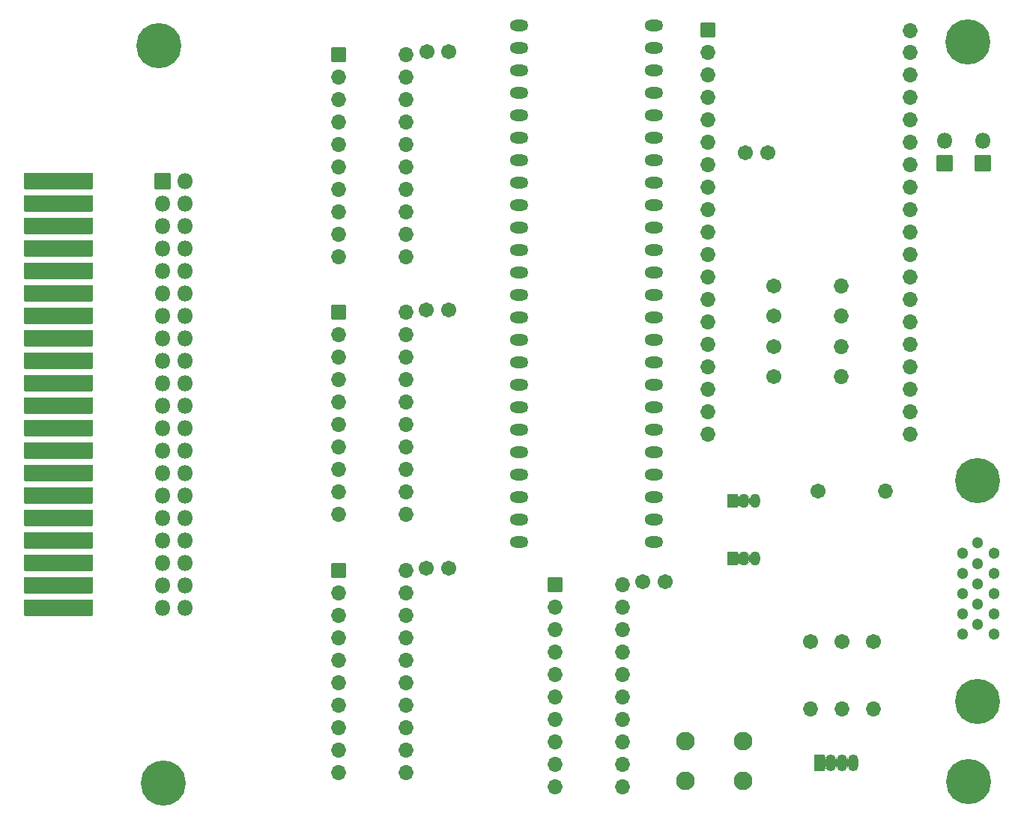
<source format=gbr>
%TF.GenerationSoftware,KiCad,Pcbnew,(6.0.0-0)*%
%TF.CreationDate,2022-01-11T18:58:16-08:00*%
%TF.ProjectId,TRS-IO-M1,5452532d-494f-42d4-9d31-2e6b69636164,rev?*%
%TF.SameCoordinates,Original*%
%TF.FileFunction,Soldermask,Bot*%
%TF.FilePolarity,Negative*%
%FSLAX46Y46*%
G04 Gerber Fmt 4.6, Leading zero omitted, Abs format (unit mm)*
G04 Created by KiCad (PCBNEW (6.0.0-0)) date 2022-01-11 18:58:16*
%MOMM*%
%LPD*%
G01*
G04 APERTURE LIST*
G04 Aperture macros list*
%AMRoundRect*
0 Rectangle with rounded corners*
0 $1 Rounding radius*
0 $2 $3 $4 $5 $6 $7 $8 $9 X,Y pos of 4 corners*
0 Add a 4 corners polygon primitive as box body*
4,1,4,$2,$3,$4,$5,$6,$7,$8,$9,$2,$3,0*
0 Add four circle primitives for the rounded corners*
1,1,$1+$1,$2,$3*
1,1,$1+$1,$4,$5*
1,1,$1+$1,$6,$7*
1,1,$1+$1,$8,$9*
0 Add four rect primitives between the rounded corners*
20,1,$1+$1,$2,$3,$4,$5,0*
20,1,$1+$1,$4,$5,$6,$7,0*
20,1,$1+$1,$6,$7,$8,$9,0*
20,1,$1+$1,$8,$9,$2,$3,0*%
G04 Aperture macros list end*
%ADD10RoundRect,0.051000X-0.850000X-0.850000X0.850000X-0.850000X0.850000X0.850000X-0.850000X0.850000X0*%
%ADD11O,1.802000X1.802000*%
%ADD12RoundRect,0.051000X3.810000X-0.889000X3.810000X0.889000X-3.810000X0.889000X-3.810000X-0.889000X0*%
%ADD13RoundRect,0.051000X-0.800000X-0.800000X0.800000X-0.800000X0.800000X0.800000X-0.800000X0.800000X0*%
%ADD14O,1.702000X1.702000*%
%ADD15C,1.702000*%
%ADD16O,2.102000X1.302000*%
%ADD17RoundRect,0.051000X-0.525000X-0.750000X0.525000X-0.750000X0.525000X0.750000X-0.525000X0.750000X0*%
%ADD18O,1.152000X1.602000*%
%ADD19RoundRect,0.051000X0.850000X0.850000X-0.850000X0.850000X-0.850000X-0.850000X0.850000X-0.850000X0*%
%ADD20RoundRect,0.051000X-0.535000X-0.900000X0.535000X-0.900000X0.535000X0.900000X-0.535000X0.900000X0*%
%ADD21O,1.172000X1.902000*%
%ADD22C,2.102000*%
%ADD23C,0.902000*%
%ADD24C,5.102000*%
%ADD25C,5.103260*%
%ADD26C,1.300880*%
G04 APERTURE END LIST*
D10*
%TO.C,J1*%
X118839000Y-68759200D03*
D11*
X121379000Y-68759200D03*
X118839000Y-71299200D03*
X121379000Y-71299200D03*
X118839000Y-73839200D03*
X121379000Y-73839200D03*
X118839000Y-76379200D03*
X121379000Y-76379200D03*
X118839000Y-78919200D03*
X121379000Y-78919200D03*
X118839000Y-81459200D03*
X121379000Y-81459200D03*
X118839000Y-83999200D03*
X121379000Y-83999200D03*
X118839000Y-86539200D03*
X121379000Y-86539200D03*
X118839000Y-89079200D03*
X121379000Y-89079200D03*
X118839000Y-91619200D03*
X121379000Y-91619200D03*
X118839000Y-94159200D03*
X121379000Y-94159200D03*
X118839000Y-96699200D03*
X121379000Y-96699200D03*
X118839000Y-99239200D03*
X121379000Y-99239200D03*
X118839000Y-101779200D03*
X121379000Y-101779200D03*
X118839000Y-104319200D03*
X121379000Y-104319200D03*
X118839000Y-106859200D03*
X121379000Y-106859200D03*
X118839000Y-109399200D03*
X121379000Y-109399200D03*
X118839000Y-111939200D03*
X121379000Y-111939200D03*
X118839000Y-114479200D03*
X121379000Y-114479200D03*
X118839000Y-117019200D03*
X121379000Y-117019200D03*
%TD*%
D12*
%TO.C,J2*%
X107061000Y-68783200D03*
X107061000Y-71323200D03*
X107061000Y-73863200D03*
X107061000Y-76403200D03*
X107061000Y-78943200D03*
X107061000Y-81483200D03*
X107061000Y-84023200D03*
X107061000Y-86563200D03*
X107061000Y-89103200D03*
X107061000Y-91643200D03*
X107061000Y-94183200D03*
X107061000Y-96723200D03*
X107061000Y-99263200D03*
X107061000Y-101803200D03*
X107061000Y-104343200D03*
X107061000Y-106883200D03*
X107061000Y-109423200D03*
X107061000Y-111963200D03*
X107061000Y-114503200D03*
X107061000Y-117043200D03*
%TD*%
D13*
%TO.C,U3*%
X138684000Y-54432200D03*
D14*
X138684000Y-56972200D03*
X138684000Y-59512200D03*
X138684000Y-62052200D03*
X138684000Y-64592200D03*
X138684000Y-67132200D03*
X138684000Y-69672200D03*
X138684000Y-72212200D03*
X138684000Y-74752200D03*
X138684000Y-77292200D03*
X146304000Y-77292200D03*
X146304000Y-74752200D03*
X146304000Y-72212200D03*
X146304000Y-69672200D03*
X146304000Y-67132200D03*
X146304000Y-64592200D03*
X146304000Y-62052200D03*
X146304000Y-59512200D03*
X146304000Y-56972200D03*
X146304000Y-54432200D03*
%TD*%
D13*
%TO.C,U6*%
X163220400Y-114376200D03*
D14*
X163220400Y-116916200D03*
X163220400Y-119456200D03*
X163220400Y-121996200D03*
X163220400Y-124536200D03*
X163220400Y-127076200D03*
X163220400Y-129616200D03*
X163220400Y-132156200D03*
X163220400Y-134696200D03*
X163220400Y-137236200D03*
X170840400Y-137236200D03*
X170840400Y-134696200D03*
X170840400Y-132156200D03*
X170840400Y-129616200D03*
X170840400Y-127076200D03*
X170840400Y-124536200D03*
X170840400Y-121996200D03*
X170840400Y-119456200D03*
X170840400Y-116916200D03*
X170840400Y-114376200D03*
%TD*%
D13*
%TO.C,U5*%
X138684000Y-112801400D03*
D14*
X138684000Y-115341400D03*
X138684000Y-117881400D03*
X138684000Y-120421400D03*
X138684000Y-122961400D03*
X138684000Y-125501400D03*
X138684000Y-128041400D03*
X138684000Y-130581400D03*
X138684000Y-133121400D03*
X138684000Y-135661400D03*
X146304000Y-135661400D03*
X146304000Y-133121400D03*
X146304000Y-130581400D03*
X146304000Y-128041400D03*
X146304000Y-125501400D03*
X146304000Y-122961400D03*
X146304000Y-120421400D03*
X146304000Y-117881400D03*
X146304000Y-115341400D03*
X146304000Y-112801400D03*
%TD*%
D15*
%TO.C,R8*%
X187900000Y-80613000D03*
D14*
X195520000Y-80613000D03*
%TD*%
D15*
%TO.C,R7*%
X187900000Y-84042000D03*
D14*
X195520000Y-84042000D03*
%TD*%
D15*
%TO.C,R6*%
X187900000Y-87471000D03*
D14*
X195520000Y-87471000D03*
%TD*%
D16*
%TO.C,U2*%
X174371000Y-109550200D03*
X174371000Y-107010200D03*
X174371000Y-104470200D03*
X174371000Y-101930200D03*
X174371000Y-99390200D03*
X174371000Y-96850200D03*
X174371000Y-94310200D03*
X174371000Y-91770200D03*
X174371000Y-89230200D03*
X174371000Y-86690200D03*
X174371000Y-84150200D03*
X174371000Y-81610200D03*
X174371000Y-79070200D03*
X174371000Y-76530200D03*
X174371000Y-73990200D03*
X174371000Y-71450200D03*
X174371000Y-68910200D03*
X174371000Y-66370200D03*
X174371000Y-63830200D03*
X174371000Y-61290200D03*
X174371000Y-58750200D03*
X174371000Y-56210200D03*
X174371000Y-53670200D03*
X174371000Y-51130200D03*
X159131000Y-51130200D03*
X159131000Y-53670200D03*
X159131000Y-56210200D03*
X159131000Y-58750200D03*
X159131000Y-61290200D03*
X159131000Y-63830200D03*
X159131000Y-66370200D03*
X159131000Y-68910200D03*
X159131000Y-71450200D03*
X159131000Y-73990200D03*
X159131000Y-76530200D03*
X159131000Y-79070200D03*
X159131000Y-81610200D03*
X159131000Y-84150200D03*
X159131000Y-86690200D03*
X159131000Y-89230200D03*
X159131000Y-91770200D03*
X159131000Y-94310200D03*
X159131000Y-96850200D03*
X159131000Y-99390200D03*
X159131000Y-101930200D03*
X159131000Y-104470200D03*
X159131000Y-107010200D03*
X159131000Y-109550200D03*
%TD*%
D17*
%TO.C,Q2*%
X183286400Y-111429800D03*
D18*
X184556400Y-111429800D03*
X185826400Y-111429800D03*
%TD*%
D17*
%TO.C,Q1*%
X183286400Y-104927400D03*
D18*
X184556400Y-104927400D03*
X185826400Y-104927400D03*
%TD*%
D15*
%TO.C,C2*%
X148615400Y-83312000D03*
X151115400Y-83312000D03*
%TD*%
%TO.C,C1*%
X148666200Y-54127400D03*
X151166200Y-54127400D03*
%TD*%
D19*
%TO.C,J5*%
X211500000Y-66750000D03*
D11*
X211500000Y-64210000D03*
%TD*%
D19*
%TO.C,J4*%
X207206400Y-66750000D03*
D11*
X207206400Y-64210000D03*
%TD*%
D15*
%TO.C,C5*%
X187200000Y-65550000D03*
X184700000Y-65550000D03*
%TD*%
%TO.C,C4*%
X173126400Y-114071400D03*
X175626400Y-114071400D03*
%TD*%
%TO.C,C3*%
X148615400Y-112522000D03*
X151115400Y-112522000D03*
%TD*%
%TO.C,R5*%
X187900000Y-90900000D03*
D14*
X195520000Y-90900000D03*
%TD*%
D20*
%TO.C,D1*%
X193065400Y-134543800D03*
D21*
X194335400Y-134543800D03*
X195605400Y-134543800D03*
X196875400Y-134543800D03*
%TD*%
D13*
%TO.C,U4*%
X138684000Y-83616800D03*
D14*
X138684000Y-86156800D03*
X138684000Y-88696800D03*
X138684000Y-91236800D03*
X138684000Y-93776800D03*
X138684000Y-96316800D03*
X138684000Y-98856800D03*
X138684000Y-101396800D03*
X138684000Y-103936800D03*
X138684000Y-106476800D03*
X146304000Y-106476800D03*
X146304000Y-103936800D03*
X146304000Y-101396800D03*
X146304000Y-98856800D03*
X146304000Y-96316800D03*
X146304000Y-93776800D03*
X146304000Y-91236800D03*
X146304000Y-88696800D03*
X146304000Y-86156800D03*
X146304000Y-83616800D03*
%TD*%
D15*
%TO.C,R3*%
X195605400Y-120827800D03*
D14*
X195605400Y-128447800D03*
%TD*%
D15*
%TO.C,R2*%
X199161400Y-120827800D03*
D14*
X199161400Y-128447800D03*
%TD*%
D13*
%TO.C,U1*%
X180416200Y-51689000D03*
D14*
X180416200Y-54229000D03*
X180416200Y-56769000D03*
X180416200Y-59309000D03*
X180416200Y-61849000D03*
X180416200Y-64389000D03*
X180416200Y-66929000D03*
X180416200Y-69469000D03*
X180416200Y-72009000D03*
X180416200Y-74549000D03*
X180416200Y-77089000D03*
X180416200Y-79629000D03*
X180416200Y-82169000D03*
X180416200Y-84709000D03*
X180416200Y-87249000D03*
X180416200Y-89789000D03*
X180416200Y-92329000D03*
X180416200Y-94869000D03*
X180416200Y-97409000D03*
X203276200Y-97409000D03*
X203276200Y-94869000D03*
X203276200Y-92329000D03*
X203276200Y-89789000D03*
X203276200Y-87249000D03*
X203276200Y-84709000D03*
X203276200Y-82169000D03*
X203276200Y-79629000D03*
X203276200Y-77089000D03*
X203276200Y-74549000D03*
X203276200Y-72009000D03*
X203276200Y-69469000D03*
X203276200Y-66929000D03*
X203276200Y-64389000D03*
X203276200Y-61849000D03*
X203276200Y-59309000D03*
X203276200Y-56769000D03*
X203276200Y-54229000D03*
X203276200Y-51752500D03*
%TD*%
D15*
%TO.C,R4*%
X192874900Y-103809800D03*
D14*
X200494900Y-103809800D03*
%TD*%
D22*
%TO.C,SW1*%
X177950000Y-136550000D03*
X184450000Y-136550000D03*
X184450000Y-132050000D03*
X177950000Y-132050000D03*
%TD*%
D15*
%TO.C,R1*%
X192049400Y-120827800D03*
D14*
X192049400Y-128447800D03*
%TD*%
D23*
%TO.C,H1*%
X118400000Y-51575000D03*
X117074175Y-52124175D03*
D24*
X118400000Y-53450000D03*
D23*
X118400000Y-55325000D03*
X119725825Y-52124175D03*
X117074175Y-54775825D03*
X116525000Y-53450000D03*
X119725825Y-54775825D03*
X120275000Y-53450000D03*
%TD*%
%TO.C,H2*%
X207975000Y-53000000D03*
X209850000Y-54875000D03*
X209850000Y-51125000D03*
X211725000Y-53000000D03*
X208524175Y-54325825D03*
X211175825Y-51674175D03*
X208524175Y-51674175D03*
X211175825Y-54325825D03*
D24*
X209850000Y-53000000D03*
%TD*%
%TO.C,H3*%
X118900000Y-136800000D03*
D23*
X117574175Y-138125825D03*
X118900000Y-138675000D03*
X120775000Y-136800000D03*
X117025000Y-136800000D03*
X120225825Y-138125825D03*
X117574175Y-135474175D03*
X118900000Y-134925000D03*
X120225825Y-135474175D03*
%TD*%
%TO.C,H4*%
X211275825Y-138025825D03*
D24*
X209950000Y-136700000D03*
D23*
X211825000Y-136700000D03*
X208624175Y-135374175D03*
X208624175Y-138025825D03*
X208075000Y-136700000D03*
X211275825Y-135374175D03*
X209950000Y-138575000D03*
X209950000Y-134825000D03*
%TD*%
D25*
%TO.C,J6*%
X210928580Y-102655740D03*
X210928580Y-127644260D03*
D26*
X209209600Y-110839620D03*
X209209600Y-113130700D03*
X209209600Y-115416700D03*
X209209600Y-117710320D03*
X209209600Y-119998860D03*
X210974300Y-109694080D03*
X210974300Y-111987700D03*
X210974300Y-114286400D03*
X210974300Y-116585100D03*
X210974300Y-118858400D03*
X212765600Y-110839620D03*
X212765600Y-113130700D03*
X212765600Y-115419240D03*
X212765600Y-117710320D03*
X212765600Y-120001400D03*
%TD*%
G36*
X193653319Y-133746067D02*
G01*
X193672995Y-133813079D01*
X193725338Y-133858434D01*
X193793891Y-133868291D01*
X193857047Y-133839448D01*
X193877102Y-133817250D01*
X193898959Y-133786150D01*
X193899280Y-133785793D01*
X193908037Y-133778154D01*
X193910000Y-133777769D01*
X193911315Y-133779276D01*
X193910939Y-133780879D01*
X193829655Y-133886810D01*
X193771316Y-134027654D01*
X193751400Y-134178932D01*
X193751400Y-134908668D01*
X193771316Y-135059946D01*
X193829655Y-135200790D01*
X193909046Y-135304255D01*
X193909307Y-135306238D01*
X193907720Y-135307456D01*
X193906128Y-135306966D01*
X193895190Y-135297220D01*
X193894873Y-135296860D01*
X193877928Y-135272206D01*
X193823978Y-135228306D01*
X193755150Y-135220575D01*
X193693071Y-135251281D01*
X193657362Y-135310818D01*
X193653384Y-135341892D01*
X193652172Y-135343483D01*
X193650188Y-135343229D01*
X193649400Y-135341638D01*
X193649400Y-133746630D01*
X193650400Y-133744898D01*
X193652400Y-133744898D01*
X193653319Y-133746067D01*
G37*
G36*
X196364759Y-133896941D02*
G01*
X196364793Y-133898548D01*
X196311316Y-134027654D01*
X196291400Y-134178932D01*
X196291400Y-134908668D01*
X196311316Y-135059946D01*
X196363604Y-135186180D01*
X196363343Y-135188163D01*
X196361495Y-135188928D01*
X196360108Y-135188078D01*
X196347393Y-135169578D01*
X196346866Y-135169620D01*
X196346130Y-135169020D01*
X196313264Y-135125504D01*
X196248269Y-135101578D01*
X196180659Y-135116589D01*
X196131729Y-135165937D01*
X196125403Y-135179600D01*
X196122904Y-135186009D01*
X196122677Y-135186433D01*
X196119491Y-135190967D01*
X196117677Y-135191809D01*
X196116041Y-135190659D01*
X196116007Y-135189052D01*
X196169484Y-135059946D01*
X196189400Y-134908668D01*
X196189400Y-134178932D01*
X196169484Y-134027654D01*
X196117196Y-133901420D01*
X196117457Y-133899437D01*
X196119305Y-133898672D01*
X196120692Y-133899522D01*
X196133407Y-133918022D01*
X196133934Y-133917980D01*
X196134670Y-133918580D01*
X196167536Y-133962096D01*
X196232531Y-133986022D01*
X196300141Y-133971011D01*
X196349071Y-133921663D01*
X196355397Y-133908000D01*
X196357896Y-133901591D01*
X196358123Y-133901167D01*
X196361309Y-133896633D01*
X196363123Y-133895791D01*
X196364759Y-133896941D01*
G37*
G36*
X195094759Y-133896941D02*
G01*
X195094793Y-133898548D01*
X195041316Y-134027654D01*
X195021400Y-134178932D01*
X195021400Y-134908668D01*
X195041316Y-135059946D01*
X195093604Y-135186180D01*
X195093343Y-135188163D01*
X195091495Y-135188928D01*
X195090108Y-135188078D01*
X195077393Y-135169578D01*
X195076866Y-135169620D01*
X195076130Y-135169020D01*
X195043264Y-135125504D01*
X194978269Y-135101578D01*
X194910659Y-135116589D01*
X194861729Y-135165937D01*
X194855403Y-135179600D01*
X194852904Y-135186009D01*
X194852677Y-135186433D01*
X194849491Y-135190967D01*
X194847677Y-135191809D01*
X194846041Y-135190659D01*
X194846007Y-135189052D01*
X194899484Y-135059946D01*
X194919400Y-134908668D01*
X194919400Y-134178932D01*
X194899484Y-134027654D01*
X194847196Y-133901420D01*
X194847457Y-133899437D01*
X194849305Y-133898672D01*
X194850692Y-133899522D01*
X194863407Y-133918022D01*
X194863934Y-133917980D01*
X194864670Y-133918580D01*
X194897536Y-133962096D01*
X194962531Y-133986022D01*
X195030141Y-133971011D01*
X195079071Y-133921663D01*
X195085397Y-133908000D01*
X195087896Y-133901591D01*
X195088123Y-133901167D01*
X195091309Y-133896633D01*
X195093123Y-133895791D01*
X195094759Y-133896941D01*
G37*
G36*
X183864319Y-110803559D02*
G01*
X183883995Y-110870571D01*
X183936338Y-110915926D01*
X184004891Y-110925783D01*
X184068048Y-110896940D01*
X184082963Y-110880430D01*
X184084866Y-110879815D01*
X184086350Y-110881156D01*
X184086034Y-110882989D01*
X184059315Y-110917810D01*
X184001976Y-111056242D01*
X183982400Y-111204932D01*
X183982400Y-111654668D01*
X184001976Y-111803358D01*
X184059315Y-111941790D01*
X184090275Y-111982138D01*
X184090536Y-111984121D01*
X184088949Y-111985339D01*
X184087426Y-111984907D01*
X184034979Y-111942228D01*
X183966151Y-111934497D01*
X183904072Y-111965202D01*
X183868362Y-112024739D01*
X183864384Y-112055814D01*
X183863172Y-112057405D01*
X183861188Y-112057151D01*
X183860400Y-112055560D01*
X183860400Y-110804122D01*
X183861400Y-110802390D01*
X183863400Y-110802390D01*
X183864319Y-110803559D01*
G37*
G36*
X185324476Y-110927804D02*
G01*
X185324510Y-110929411D01*
X185271976Y-111056242D01*
X185252400Y-111204932D01*
X185252400Y-111654668D01*
X185271976Y-111803358D01*
X185323341Y-111927365D01*
X185323080Y-111929348D01*
X185321232Y-111930113D01*
X185319845Y-111929263D01*
X185315107Y-111922370D01*
X185314884Y-111921944D01*
X185306330Y-111899306D01*
X185264408Y-111843802D01*
X185199413Y-111819875D01*
X185131803Y-111834887D01*
X185082874Y-111884236D01*
X185076549Y-111897894D01*
X185065089Y-111927287D01*
X185064862Y-111927710D01*
X185061774Y-111932104D01*
X185059960Y-111932946D01*
X185058324Y-111931796D01*
X185058290Y-111930189D01*
X185110824Y-111803358D01*
X185130400Y-111654668D01*
X185130400Y-111204932D01*
X185110824Y-111056242D01*
X185059459Y-110932235D01*
X185059720Y-110930252D01*
X185061568Y-110929487D01*
X185062955Y-110930337D01*
X185067693Y-110937230D01*
X185067916Y-110937656D01*
X185076470Y-110960294D01*
X185118392Y-111015798D01*
X185183387Y-111039725D01*
X185250997Y-111024713D01*
X185299926Y-110975364D01*
X185306251Y-110961706D01*
X185317711Y-110932313D01*
X185317938Y-110931890D01*
X185321026Y-110927496D01*
X185322840Y-110926654D01*
X185324476Y-110927804D01*
G37*
G36*
X183864319Y-104301159D02*
G01*
X183883995Y-104368171D01*
X183936338Y-104413526D01*
X184004891Y-104423383D01*
X184068048Y-104394540D01*
X184082963Y-104378030D01*
X184084866Y-104377415D01*
X184086350Y-104378756D01*
X184086034Y-104380589D01*
X184059315Y-104415410D01*
X184001976Y-104553842D01*
X183982400Y-104702532D01*
X183982400Y-105152268D01*
X184001976Y-105300958D01*
X184059315Y-105439390D01*
X184090275Y-105479738D01*
X184090536Y-105481721D01*
X184088949Y-105482939D01*
X184087426Y-105482507D01*
X184034979Y-105439828D01*
X183966151Y-105432097D01*
X183904072Y-105462802D01*
X183868362Y-105522339D01*
X183864384Y-105553414D01*
X183863172Y-105555005D01*
X183861188Y-105554751D01*
X183860400Y-105553160D01*
X183860400Y-104301722D01*
X183861400Y-104299990D01*
X183863400Y-104299990D01*
X183864319Y-104301159D01*
G37*
G36*
X185324476Y-104425404D02*
G01*
X185324510Y-104427011D01*
X185271976Y-104553842D01*
X185252400Y-104702532D01*
X185252400Y-105152268D01*
X185271976Y-105300958D01*
X185323341Y-105424965D01*
X185323080Y-105426948D01*
X185321232Y-105427713D01*
X185319845Y-105426863D01*
X185315107Y-105419970D01*
X185314884Y-105419544D01*
X185306330Y-105396906D01*
X185264408Y-105341402D01*
X185199413Y-105317475D01*
X185131803Y-105332487D01*
X185082874Y-105381836D01*
X185076549Y-105395494D01*
X185065089Y-105424887D01*
X185064862Y-105425310D01*
X185061774Y-105429704D01*
X185059960Y-105430546D01*
X185058324Y-105429396D01*
X185058290Y-105427789D01*
X185110824Y-105300958D01*
X185130400Y-105152268D01*
X185130400Y-104702532D01*
X185110824Y-104553842D01*
X185059459Y-104429835D01*
X185059720Y-104427852D01*
X185061568Y-104427087D01*
X185062955Y-104427937D01*
X185067693Y-104434830D01*
X185067916Y-104435256D01*
X185076470Y-104457894D01*
X185118392Y-104513398D01*
X185183387Y-104537325D01*
X185250997Y-104522313D01*
X185299926Y-104472964D01*
X185306251Y-104459306D01*
X185317711Y-104429913D01*
X185317938Y-104429490D01*
X185321026Y-104425096D01*
X185322840Y-104424254D01*
X185324476Y-104425404D01*
G37*
M02*

</source>
